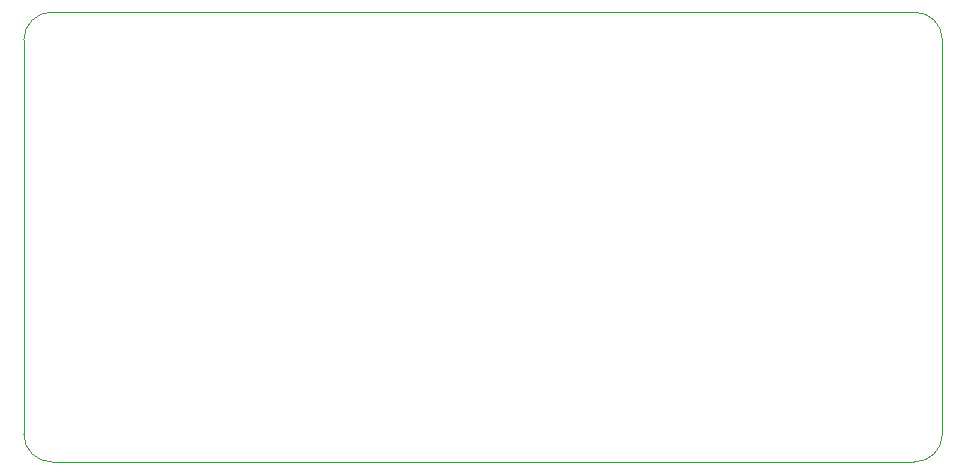
<source format=gm1>
G04 #@! TF.GenerationSoftware,KiCad,Pcbnew,(5.1.4)-1*
G04 #@! TF.CreationDate,2020-12-10T18:26:19-06:00*
G04 #@! TF.ProjectId,pcb-guide,7063622d-6775-4696-9465-2e6b69636164,rev?*
G04 #@! TF.SameCoordinates,Original*
G04 #@! TF.FileFunction,Profile,NP*
%FSLAX46Y46*%
G04 Gerber Fmt 4.6, Leading zero omitted, Abs format (unit mm)*
G04 Created by KiCad (PCBNEW (5.1.4)-1) date 2020-12-10 18:26:19*
%MOMM*%
%LPD*%
G04 APERTURE LIST*
%ADD10C,0.120000*%
G04 APERTURE END LIST*
D10*
X165100000Y-61182250D02*
X165100000Y-27844750D01*
X240506250Y-63563500D02*
X167481250Y-63563500D01*
X167481250Y-25463500D02*
X240506250Y-25463500D01*
X167481250Y-63563500D02*
G75*
G02X165100000Y-61182250I0J2381250D01*
G01*
X165100000Y-27844750D02*
G75*
G02X167481250Y-25463500I2381250J0D01*
G01*
X242887500Y-27844750D02*
X242887500Y-61182250D01*
X242887500Y-61182250D02*
G75*
G02X240506250Y-63563500I-2381250J0D01*
G01*
X240506250Y-25463500D02*
G75*
G02X242887500Y-27844750I0J-2381250D01*
G01*
M02*

</source>
